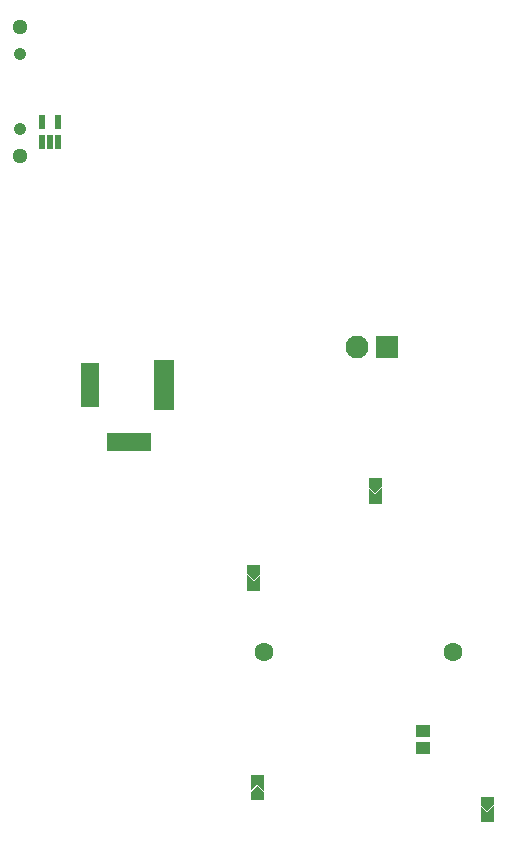
<source format=gbr>
%TF.GenerationSoftware,Altium Limited,Altium Designer,19.1.6 (110)*%
G04 Layer_Color=16711935*
%FSLAX26Y26*%
%MOIN*%
%TF.FileFunction,Soldermask,Bot*%
%TF.Part,Single*%
G01*
G75*
%TA.AperFunction,SMDPad,CuDef*%
%ADD63R,0.019685X0.051181*%
%ADD64R,0.047370X0.039496*%
%TA.AperFunction,ComponentPad*%
%ADD65C,0.050787*%
%ADD66C,0.042126*%
%ADD67R,0.147764X0.059181*%
%ADD68R,0.059181X0.147764*%
%ADD69R,0.069024X0.169417*%
%ADD70C,0.062992*%
%ADD71C,0.076772*%
%ADD72R,0.076772X0.076772*%
G36*
X1065945Y2344488D02*
X1044291Y2366142D01*
Y2366142D01*
X1022638Y2344488D01*
Y2397638D01*
X1065945D01*
Y2344488D01*
D02*
G37*
G36*
Y2340551D02*
Y2312992D01*
X1022638D01*
Y2340551D01*
X1044291Y2362205D01*
X1065945Y2340551D01*
D02*
G37*
G36*
X1833661Y2298228D02*
X1812008Y2276575D01*
X1790354Y2298228D01*
Y2325787D01*
X1833661D01*
Y2298228D01*
D02*
G37*
G36*
Y2241142D02*
X1790354D01*
Y2294291D01*
X1812008Y2272638D01*
Y2272638D01*
X1833661Y2294291D01*
Y2241142D01*
D02*
G37*
G36*
X1055118Y3068898D02*
X1033465Y3047244D01*
X1011811Y3068898D01*
Y3096457D01*
X1055118D01*
Y3068898D01*
D02*
G37*
G36*
Y3011811D02*
X1011811D01*
Y3064961D01*
X1033465Y3043307D01*
Y3043307D01*
X1055118Y3064961D01*
Y3011811D01*
D02*
G37*
G36*
X1459646Y3359252D02*
X1437992Y3337598D01*
X1416339Y3359252D01*
Y3386811D01*
X1459646D01*
Y3359252D01*
D02*
G37*
G36*
Y3302165D02*
X1416339D01*
Y3355315D01*
X1437992Y3333662D01*
Y3333661D01*
X1459646Y3355315D01*
Y3302165D01*
D02*
G37*
D63*
X379567Y4574956D02*
D03*
X328386D02*
D03*
Y4508026D02*
D03*
X353976D02*
D03*
X379567D02*
D03*
D64*
X1596457Y2486220D02*
D03*
Y2545276D02*
D03*
D65*
X252795Y4460585D02*
D03*
Y4889326D02*
D03*
D66*
Y4549956D02*
D03*
Y4799956D02*
D03*
D67*
X616772Y3508026D02*
D03*
D68*
X488819Y3697003D02*
D03*
D69*
X734882D02*
D03*
D70*
X1067560Y2807239D02*
D03*
X1697481D02*
D03*
D71*
X1377795Y3824956D02*
D03*
D72*
X1477795D02*
D03*
%TF.MD5,25eea1b9598fe4048503dcf0b05682da*%
M02*

</source>
